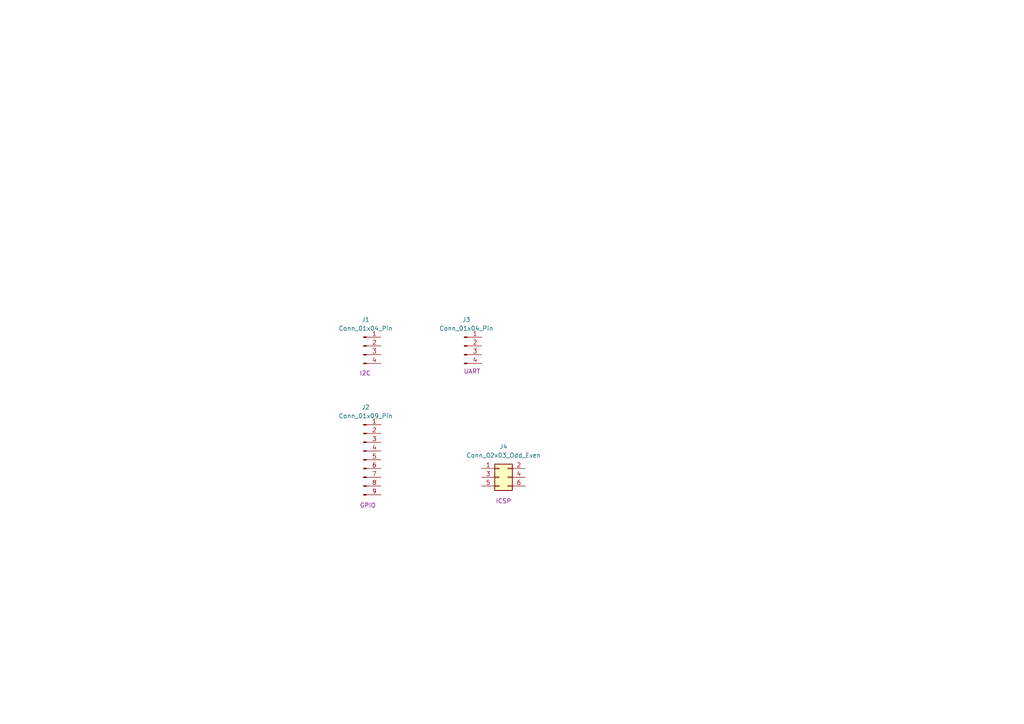
<source format=kicad_sch>
(kicad_sch (version 20231120) (generator "eeschema") (generator_version "8.0")
  (paper "A4")
  (lib_symbols
    (symbol "Connector:Conn_01x04_Pin" (pin_names (offset 1.016) hide)
      (property "Reference" "J" (at 0 5.08 0))
      (property "Value" "Conn_01x04_Pin" (at 0 -7.62 0))
      (symbol "Conn_01x04_Pin_1_1"
        (polyline (pts (xy 1.27 -5.08) (xy 0.8636 -5.08)) (stroke (width 0.1524)))
        (polyline (pts (xy 1.27 -2.54) (xy 0.8636 -2.54)) (stroke (width 0.1524)))
        (polyline (pts (xy 1.27 0) (xy 0.8636 0)) (stroke (width 0.1524)))
        (polyline (pts (xy 1.27 2.54) (xy 0.8636 2.54)) (stroke (width 0.1524)))
        (rectangle (start 0.8636 -4.953) (end 0 -5.207) (stroke (width 0.1524)) (fill (type outline)))
        (rectangle (start 0.8636 -2.413) (end 0 -2.667) (stroke (width 0.1524)) (fill (type outline)))
        (rectangle (start 0.8636 0.127) (end 0 -0.127) (stroke (width 0.1524)) (fill (type outline)))
        (rectangle (start 0.8636 2.667) (end 0 2.413) (stroke (width 0.1524)) (fill (type outline)))
        (pin passive line (at 5.08 2.54 180) (length 3.81) (name "Pin_1") (number "1"))
        (pin passive line (at 5.08 0 180) (length 3.81) (name "Pin_2") (number "2"))
        (pin passive line (at 5.08 -2.54 180) (length 3.81) (name "Pin_3") (number "3"))
        (pin passive line (at 5.08 -5.08 180) (length 3.81) (name "Pin_4") (number "4"))
      )
    )
    (symbol "Connector:Conn_01x09_Pin" (pin_names (offset 1.016) hide)
      (property "Reference" "J" (at 0 12.7 0))
      (property "Value" "Conn_01x09_Pin" (at 0 -12.7 0))
      (symbol "Conn_01x09_Pin_1_1"
        (polyline (pts (xy 1.27 -10.16) (xy 0.8636 -10.16)) (stroke (width 0.1524)))
        (polyline (pts (xy 1.27 -7.62) (xy 0.8636 -7.62)) (stroke (width 0.1524)))
        (polyline (pts (xy 1.27 -5.08) (xy 0.8636 -5.08)) (stroke (width 0.1524)))
        (polyline (pts (xy 1.27 -2.54) (xy 0.8636 -2.54)) (stroke (width 0.1524)))
        (polyline (pts (xy 1.27 0) (xy 0.8636 0)) (stroke (width 0.1524)))
        (polyline (pts (xy 1.27 2.54) (xy 0.8636 2.54)) (stroke (width 0.1524)))
        (polyline (pts (xy 1.27 5.08) (xy 0.8636 5.08)) (stroke (width 0.1524)))
        (polyline (pts (xy 1.27 7.62) (xy 0.8636 7.62)) (stroke (width 0.1524)))
        (polyline (pts (xy 1.27 10.16) (xy 0.8636 10.16)) (stroke (width 0.1524)))
        (rectangle (start 0.8636 -10.033) (end 0 -10.287) (stroke (width 0.1524)) (fill (type outline)))
        (rectangle (start 0.8636 -7.493) (end 0 -7.747) (stroke (width 0.1524)) (fill (type outline)))
        (rectangle (start 0.8636 -4.953) (end 0 -5.207) (stroke (width 0.1524)) (fill (type outline)))
        (rectangle (start 0.8636 -2.413) (end 0 -2.667) (stroke (width 0.1524)) (fill (type outline)))
        (rectangle (start 0.8636 0.127) (end 0 -0.127) (stroke (width 0.1524)) (fill (type outline)))
        (rectangle (start 0.8636 2.667) (end 0 2.413) (stroke (width 0.1524)) (fill (type outline)))
        (rectangle (start 0.8636 5.207) (end 0 4.953) (stroke (width 0.1524)) (fill (type outline)))
        (rectangle (start 0.8636 7.747) (end 0 7.493) (stroke (width 0.1524)) (fill (type outline)))
        (rectangle (start 0.8636 10.287) (end 0 10.033) (stroke (width 0.1524)) (fill (type outline)))
        (pin passive line (at 5.08 10.16 180) (length 3.81) (name "Pin_1") (number "1"))
        (pin passive line (at 5.08 7.62 180) (length 3.81) (name "Pin_2") (number "2"))
        (pin passive line (at 5.08 5.08 180) (length 3.81) (name "Pin_3") (number "3"))
        (pin passive line (at 5.08 2.54 180) (length 3.81) (name "Pin_4") (number "4"))
        (pin passive line (at 5.08 0 180) (length 3.81) (name "Pin_5") (number "5"))
        (pin passive line (at 5.08 -2.54 180) (length 3.81) (name "Pin_6") (number "6"))
        (pin passive line (at 5.08 -5.08 180) (length 3.81) (name "Pin_7") (number "7"))
        (pin passive line (at 5.08 -7.62 180) (length 3.81) (name "Pin_8") (number "8"))
        (pin passive line (at 5.08 -10.16 180) (length 3.81) (name "Pin_9") (number "9"))
      )
    )
    (symbol "Connector_Generic:Conn_02x03_Odd_Even" (pin_names (offset 1.016) hide)
      (property "Reference" "J" (at 1.27 5.08 0))
      (property "Value" "Conn_02x03_Odd_Even" (at 1.27 -5.08 0))
      (symbol "Conn_02x03_Odd_Even_1_1"
        (rectangle (start -1.27 -2.413) (end 0 -2.667) (stroke (width 0.1524)))
        (rectangle (start -1.27 0.127) (end 0 -0.127) (stroke (width 0.1524)))
        (rectangle (start -1.27 2.667) (end 0 2.413) (stroke (width 0.1524)))
        (rectangle (start -1.27 3.81) (end 3.81 -3.81) (stroke (width 0.254)) (fill (type background)))
        (rectangle (start 3.81 -2.413) (end 2.54 -2.667) (stroke (width 0.1524)))
        (rectangle (start 3.81 0.127) (end 2.54 -0.127) (stroke (width 0.1524)))
        (rectangle (start 3.81 2.667) (end 2.54 2.413) (stroke (width 0.1524)))
        (pin passive line (at -5.08 2.54 0) (length 3.81) (name "Pin_1") (number "1"))
        (pin passive line (at 7.62 2.54 180) (length 3.81) (name "Pin_2") (number "2"))
        (pin passive line (at -5.08 0 0) (length 3.81) (name "Pin_3") (number "3"))
        (pin passive line (at 7.62 0 180) (length 3.81) (name "Pin_4") (number "4"))
        (pin passive line (at -5.08 -2.54 0) (length 3.81) (name "Pin_5") (number "5"))
        (pin passive line (at 7.62 -2.54 180) (length 3.81) (name "Pin_6") (number "6"))
      )
    )
  )
  (symbol (lib_id "Connector:Conn_01x04_Pin") (at 134.62 100.33 0) (unit 1)
    (property "Reference" "J3" (at 135.255 92.71 0))
    (property "Value" "Conn_01x04_Pin" (at 135.255 95.25 0))
    (property "Footprint" "Connector_PinHeader_2.54mm:PinHeader_1x04_P2.54mm_Vertical" (effects (hide yes)))
    (property "Description" "Generic connector, single row, 01x04, script generated" (effects (hide yes)))
    (property "Comments" "UART" (at 136.906 107.696 0))
  )
  (symbol (lib_id "Connector_Generic:Conn_02x03_Odd_Even") (at 144.78 138.43 0) (unit 1)
    (property "Reference" "J4" (at 146.05 129.54 0))
    (property "Value" "Conn_02x03_Odd_Even" (at 146.05 132.08 0))
    (property "Footprint" "Connector_PinHeader_2.54mm:PinHeader_2x03_P2.54mm_Vertical" (effects (hide yes)))
    (property "Description" "Generic connector, double row, 02x03, odd/even pin numbering scheme (row 1 odd numbers, row 2 even numbers), script generated (kicad-library-utils/schlib/autogen/connector/)" (effects (hide yes)))
    (property "Comments" "ICSP" (at 146.05 145.288 0))
  )
  (symbol (lib_id "Connector:Conn_01x09_Pin") (at 105.41 133.35 0) (unit 1)
    (property "Reference" "J2" (at 106.045 118.11 0))
    (property "Value" "Conn_01x09_Pin" (at 106.045 120.65 0))
    (property "Footprint" "Connector_PinHeader_2.54mm:PinHeader_1x09_P2.54mm_Vertical" (effects (hide yes)))
    (property "Description" "Generic connector, single row, 01x09, script generated" (effects (hide yes)))
    (property "Comments" "GPIO" (at 106.68 146.558 0))
  )
  (symbol (lib_id "Connector:Conn_01x04_Pin") (at 105.41 100.33 0) (unit 1)
    (property "Reference" "J1" (at 106.045 92.71 0))
    (property "Value" "Conn_01x04_Pin" (at 106.045 95.25 0))
    (property "Footprint" "Connector_PinHeader_2.54mm:PinHeader_1x04_P2.54mm_Vertical" (effects (hide yes)))
    (property "Description" "Generic connector, single row, 01x04, script generated" (effects (hide yes)))
    (property "Comments" "I2C" (at 105.918 108.204 0))
  )
)
</source>
